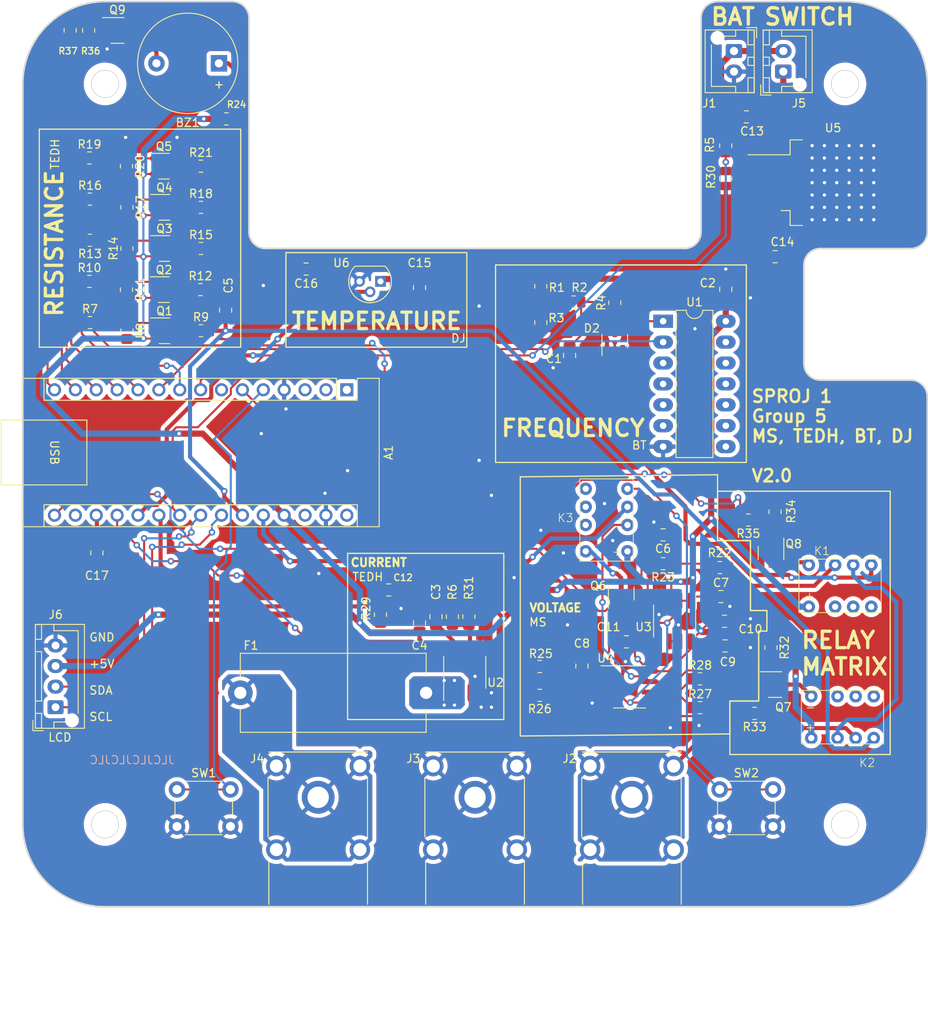
<source format=kicad_pcb>
(kicad_pcb (version 20221018) (generator pcbnew)
  (title_block (title "SPROJ1G5") (date "2023-12-02") (rev "V2.0") (company "SDU Sonderborg") (comment 1 "TH") (comment 2 "MS") (comment 3 "BT") (comment 4 "DJ"))
  (layers (0 "F.Cu" signal) (31 "B.Cu" signal) (34 "B.Paste" user) (35 "F.Paste" user) (36 "B.SilkS" user "B.Silkscreen") (37 "F.SilkS" user "F.Silkscreen") (38 "B.Mask" user) (39 "F.Mask" user) (44 "Edge.Cuts" user))
  (net 0 "")
  (net 3 "COM")
  (net 4 "PREVIOUS")
  (net 5 "NEXT")
  (net 7 "D5")
  (net 8 "Buzzer")
  (net 9 "TEMPERATURE")
  (net 10 "D8")
  (net 11 "D9")
  (net 12 "D10")
  (net 13 "D11")
  (net 14 "D12")
  (net 15 "RangeSel")
  (net 16 "+3V3")
  (net 17 "RESISTANCE")
  (net 18 "VOLTAGE")
  (net 19 "CURRENT")
  (net 20 "BATTERY VOLTAGE")
  (net 21 "SDA")
  (net 22 "SCL")
  (net 23 "+5V")
  (net 25 "Net-(U2-VIOUT)")
  (net 26 "VRf")
  (net 27 "A")
  (net 28 "Net-(Q1-G)")
  (net 29 "Net-(Q1-D)")
  (net 30 "Net-(Q2-G)")
  (net 31 "Net-(Q2-D)")
  (net 32 "Net-(Q3-G)")
  (net 33 "Net-(Q3-D)")
  (net 34 "Net-(Q4-G)")
  (net 35 "Net-(Q4-D)")
  (net 36 "Net-(Q5-G)")
  (net 37 "Net-(Q5-D)")
  (net 38 "Net-(R1-Pad2)")
  (net 39 "Net-(C1-Pad2)")
  (net 40 "+9V")
  (net 41 "Net-(U2-BW_SEL)")
  (net 42 "FREQUENCY IN")
  (net 43 "Net-(U3A-+)")
  (net 44 "HighRange")
  (net 45 "LowRange")
  (net 46 "Net-(J5-Pin_1)")
  (net 47 "Net-(D2-K)")
  (net 48 "VOLTAGE IN")
  (net 49 "Net-(U4B--)")
  (net 50 "Net-(K1--)")
  (net 54 "Net-(K1-Pad6)")
  (net 55 "Net-(K2--)")
  (net 62 "Net-(U4A--)")
  (net 63 "Net-(K3--)")
  (net 65 "Net-(U3B--)")
  (net 66 "Relay1")
  (net 67 "Relay2")
  (net 68 "Net-(Q7-G)")
  (net 69 "Net-(Q8-G)")
  (net 70 "Net-(BZ1--)")
  (net 71 "Net-(F1-Pad2)")
  (net 72 "Net-(BZ1-+)")
  (net 73 "Net-(Q9-G)")
  (net 74 "Net-(A1-AREF)")
  (footprint "Homemade_foot:HFD4" (layer "F.Cu") (at 187.7 122.96)
    (fp_text reference "K2")
    (fp_text value "HFD4/005")
  )
  (footprint "Capacitor_SMD:C_0805_2012Metric_Pad1.18x1.45mm_HandSolder" (layer "F.Cu") (at 179.5 67)
    (fp_text reference "C14")
    (fp_text value "10u")
  )
  (footprint "FCR7350R:FCR7350" (layer "F.Cu") (at 123.92 132.7)
    (fp_text reference "J4")
    (fp_text value "FCR7350R")
  )
  (footprint "Resistor_SMD:R_0805_2012Metric_Pad1.20x1.40mm_HandSolder" (layer "F.Cu") (at 170.375 118.305)
    (fp_text reference "R28")
    (fp_text value "30K")
  )
  (footprint "Resistor_SMD:R_0805_2012Metric_Pad1.20x1.40mm_HandSolder" (layer "F.Cu") (at 140.25 110.75 90)
    (fp_text reference "R6")
    (fp_text value "0R" hide)
  )
  (footprint "Resistor_SMD:R_0805_2012Metric_Pad1.20x1.40mm_HandSolder" (layer "F.Cu") (at 109.6625 61)
    (fp_text reference "R18")
    (fp_text value "100k")
  )
  (footprint "Resistor_SMD:R_0805_2012Metric_Pad1.20x1.40mm_HandSolder" (layer "F.Cu") (at 100.6625 76 -90)
    (fp_text reference "R8")
    (fp_text value "10k")
  )
  (footprint "Resistor_SMD:R_0805_2012Metric" (layer "F.Cu") (at 151 75 -90)
    (fp_text reference "R3")
    (fp_text value "15K")
  )
  (footprint "Capacitor_SMD:C_0805_2012Metric_Pad1.18x1.45mm_HandSolder" (layer "F.Cu") (at 97 103 -90)
    (fp_text reference "C17")
    (fp_text value "10u")
  )
  (footprint "Resistor_SMD:R_0805_2012Metric_Pad1.20x1.40mm_HandSolder" (layer "F.Cu") (at 96.1625 75)
    (fp_text reference "R7")
    (fp_text value "150")
  )
  (footprint "Capacitor_SMD:C_0805_2012Metric_Pad1.18x1.45mm_HandSolder" (layer "F.Cu") (at 136.25 111.5 90)
    (fp_text reference "C4")
    (fp_text value "100n" hide)
  )
  (footprint "Capacitor_SMD:C_0805_2012Metric_Pad1.18x1.45mm_HandSolder" (layer "F.Cu") (at 138.25 110.75 90)
    (fp_text reference "C3")
    (fp_text value "1n" hide)
  )
  (footprint "Resistor_SMD:R_0805_2012Metric" (layer "F.Cu") (at 112.75 50.25)
    (fp_text reference "R24")
    (fp_text value "100R" hide)
  )
  (footprint "Connector_JST:JST_XH_B2B-XH-AM_1x02_P2.50mm_Vertical" (layer "F.Cu") (at 174.5 42 -90)
    (fp_text reference "J1")
    (fp_text value "9V Battery")
  )
  (footprint "Package_TO_SOT_SMD:SOT-23-3" (layer "F.Cu") (at 179.5 119)
    (fp_text reference "Q7")
    (fp_text value "NMOS")
  )
  (footprint "Capacitor_SMD:C_0805_2012Metric_Pad1.18x1.45mm_HandSolder" (layer "F.Cu") (at 136.25 70.75 -90)
    (fp_text reference "C15")
    (fp_text value "100n" hide)
  )
  (footprint "MountingHole:MountingHole_3.2mm_M3" (layer "F.Cu") (at 98 46)
    (fp_text reference "REF**" hide)
    (fp_text value "MountingHole_3.2mm_M3")
  )
  (footprint "Package_TO_SOT_SMD:SOT-23" (layer "F.Cu") (at 105.225 76)
    (fp_text reference "Q1")
    (fp_text value "IRLML6401")
  )
  (footprint "Resistor_SMD:R_0805_2012Metric_Pad1.20x1.40mm_HandSolder" (layer "F.Cu") (at 100.6 71 -90)
    (fp_text reference "R11")
    (fp_text value "10k")
  )
  (footprint "Resistor_SMD:R_0805_2012Metric_Pad1.20x1.40mm_HandSolder" (layer "F.Cu") (at 109.6625 56)
    (fp_text reference "R21")
    (fp_text value "1M")
  )
  (footprint "Resistor_SMD:R_0805_2012Metric" (layer "F.Cu") (at 160 72.5875 90)
    (fp_text reference "R4")
    (fp_text value "15K")
  )
  (footprint "Connector_JST:JST_XH_B4B-XH-AM_1x04_P2.50mm_Vertical" (layer "F.Cu") (at 91.975 121.75 90)
    (fp_text reference "J6")
    (fp_text value "Conn_01x04_Pin")
  )
  (footprint "Resistor_SMD:R_0805_2012Metric" (layer "F.Cu") (at 173.5 57.5 -90)
    (fp_text reference "R30")
    (fp_text value "100k")
  )
  (footprint "Resistor_SMD:R_0805_2012Metric_Pad1.20x1.40mm_HandSolder" (layer "F.Cu") (at 179.5 98 -90)
    (fp_text reference "R34")
    (fp_text value "10k")
  )
  (footprint "Package_TO_SOT_SMD:TO-263-3_TabPin2" (layer "F.Cu") (at 186.15 58)
    (fp_text reference "U5")
    (fp_text value "L7805")
  )
  (footprint "Homemade_foot:HFD4" (layer "F.Cu") (at 159 99 90)
    (fp_text reference "K3")
    (fp_text value "HFD4/005")
  )
  (footprint "Package_TO_SOT_SMD:SOT-23-3" (layer "F.Cu") (at 99.5 39.5)
    (fp_text reference "Q9")
    (fp_text value "NMOS" hide)
  )
  (footprint "Resistor_SMD:R_0805_2012Metric_Pad1.20x1.40mm_HandSolder" (layer "F.Cu") (at 100.6625 61 -90)
    (fp_text reference "R17")
    (fp_text value "10k")
  )
  (footprint "MountingHole:MountingHole_3.2mm_M3" (layer "F.Cu") (at 188 46)
    (fp_text reference "REF**" hide)
    (fp_text value "MountingHole_3.2mm_M3")
  )
  (footprint "Package_TO_SOT_SMD:SOT-23" (layer "F.Cu") (at 105.225 66)
    (fp_text reference "Q3")
    (fp_text value "IRLML6401")
  )
  (footprint "Resistor_SMD:R_0805_2012Metric_Pad1.20x1.40mm_HandSolder" (layer "F.Cu") (at 109.6625 66)
    (fp_text reference "R15")
    (fp_text value "10k")
  )
  (footprint "Connector_JST:JST_XH_B2B-XH-AM_1x02_P2.50mm_Vertical" (layer "F.Cu") (at 180.5 44.5 90)
    (fp_text reference "J5")
    (fp_text value "Switch")
  )
  (footprint "Button_Switch_THT:SW_PUSH_6mm" (layer "F.Cu") (at 172.75 131.75)
    (fp_text reference "SW2")
    (fp_text value "SW_Omron_B3FS")
  )
  (footprint "Capacitor_SMD:C_0805_2012Metric_Pad1.18x1.45mm_HandSolder" (layer "F.Cu") (at 172.9125 108.305)
    (fp_text reference "C7")
    (fp_text value "10u")
  )
  (footprint "Resistor_SMD:R_0805_2012Metric_Pad1.20x1.40mm_HandSolder" (layer "F.Cu") (at 100.6 56 -90)
    (fp_text reference "R20")
    (fp_text value "10k")
  )
  (footprint "Capacitor_SMD:C_0805_2012Metric_Pad1.18x1.45mm_HandSolder" (layer "F.Cu") (at 122.4625 68.5 180)
    (fp_text reference "C16")
    (fp_text value "10n" hide)
  )
  (footprint "Resistor_SMD:R_0805_2012Metric_Pad1.20x1.40mm_HandSolder" (layer "F.Cu") (at 109.6625 76)
    (fp_text reference "R9")
    (fp_text value "100")
  )
  (footprint "Resistor_SMD:R_0805_2012Metric_Pad1.20x1.40mm_HandSolder" (layer "F.Cu") (at 142.25 110.75 -90)
    (fp_text reference "R31")
    (fp_text value "4K7" hide)
  )
  (footprint "Resistor_SMD:R_0805_2012Metric_Pad1.20x1.40mm_HandSolder" (layer "F.Cu") (at 172.78 104.78 180)
    (fp_text reference "R22")
    (fp_text value "15K")
  )
  (footprint "Resistor_SMD:R_0805_2012Metric_Pad1.20x1.40mm_HandSolder" (layer "F.Cu") (at 177 122.5 180)
    (fp_text reference "R33")
    (fp_text value "150")
  )
  (footprint "Resistor_SMD:R_0805_2012Metric_Pad1.20x1.40mm_HandSolder" (layer "F.Cu") (at 96.1 70)
    (fp_text reference "R10")
    (fp_text value "150")
  )
  (footprint "Package_TO_SOT_SMD:SOT-23-3" (layer "F.Cu") (at 160 77.25 90)
    (fp_text reference "D2")
    (fp_text value "Zener 5V")
  )
  (footprint "Capacitor_SMD:C_0805_2012Metric_Pad1.18x1.45mm_HandSolder" (layer "F.Cu") (at 132.5 107.5)
    (fp_text reference "C12")
    (fp_text value "6.8n" hide)
  )
  (footprint "Capacitor_SMD:C_0805_2012Metric_Pad1.18x1.45mm_HandSolder" (layer "F.Cu") (at 176 50 180)
    (fp_text reference "C13")
    (fp_text value "220n")
  )
  (footprint "Capacitor_SMD:C_0805_2012Metric_Pad1.18x1.45mm_HandSolder" (layer "F.Cu") (at 165.875 100.805 180)
    (fp_text reference "C6")
    (fp_text value "10u" hide)
  )
  (footprint "Fuse:Fuseholder_Cylinder-5x20mm_Stelvio-Kontek_PTF78_Horizontal_Open" (layer "F.Cu") (at 114.45 120)
    (fp_text reference "F1")
    (fp_text value "Fuse" hide)
  )
  (footprint "Resistor_SMD:R_0805_2012Metric_Pad1.20x1.40mm_HandSolder" (layer "F.Cu") (at 179 114.5 -90)
    (fp_text reference "R32")
    (fp_text value "10k")
  )
  (footprint "Resistor_SMD:R_0805_2012Metric_Pad1.20x1.40mm_HandSolder" (layer "F.Cu") (at 150.875 120.305 180)
    (fp_text reference "R26")
    (fp_text value "15K" hide)
  )
  (footprint "Package_TO_SOT_SMD:SOT-23" (layer "F.Cu") (at 105.1625 56)
    (fp_text reference "Q5")
    (fp_text value "IRLML6401")
  )
  (footprint "Resistor_SMD:R_0805_2012Metric" (layer "F.Cu") (at 155 72.5)
    (fp_text reference "R2")
    (fp_text value "50")
  )
  (footprint "Package_TO_SOT_SMD:SOT-23" (layer "F.Cu") (at 105.1625 71)
    (fp_text reference "Q2")
    (fp_text value "IRLML6401")
  )
  (footprint "Module:Arduino_Nano" (layer "F.Cu") (at 127.405 83.175 -90)
    (fp_text reference "A1")
    (fp_text value "Arduino_Nano_v3.x")
  )
  (footprint "Capacitor_SMD:C_0805_2012Metric_Pad1.18x1.45mm_HandSolder" (layer "F.Cu") (at 112.6625 73.5 90)
    (fp_text reference "C5")
    (fp_text value "100n")
  )
  (footprint "Resistor_SMD:R_0805_2012Metric_Pad1.20x1.40mm_HandSolder" (layer "F.Cu") (at 165.875 104.305 180)
    (fp_text reference "R23")
    (fp_text value "5K" hide)
  )
  (footprint "Resistor_SMD:R_0805_2012Metric_Pad1.20x1.40mm_HandSolder" (layer "F.Cu") (at 131.5 110.5 90)
    (fp_text reference "R29")
    (fp_text value "4K7" hide)
  )
  (footprint "Resistor_SMD:R_0805_2012Metric_Pad1.20x1.40mm_HandSolder" (layer "F.Cu") (at 96.1625 65 180)
    (fp_text reference "R13")
    (fp_text value "150")
  )
  (footprint "Package_TO_SOT_SMD:SOT-23-3" (layer "F.Cu") (at 160.78 107.93 90)
    (fp_text reference "Q6")
    (fp_text value "NMOS" hide)
  )
  (footprint "Resistor_SMD:R_0805_2012Metric_Pad1.20x1.40mm_HandSolder" (layer "F.Cu") (at 109.6 71)
    (fp_text reference "R12")
    (fp_text value "1k")
  )
  (footprint "Resistor_SMD:R_0805_2012Metric" (layer "F.Cu") (at 151 70.5875 -90)
    (fp_text reference "R1")
    (fp_text value "15K")
  )
  (footprint "Resistor_SMD:R_0805_2012Metric_Pad1.20x1.40mm_HandSolder" (layer "F.Cu") (at 176.25 99 180)
    (fp_text reference "R35")
    (fp_text value "150")
  )
  (footprint "Package_SO:SOIC-8_3.9x4.9mm_P1.27mm" (layer "F.Cu") (at 141.75 117.5 90)
    (fp_text reference "U2")
    (fp_text value "ACS723xLCTR-05AB" hide)
  )
  (footprint "Button_Switch_THT:SW_PUSH_6mm" (layer "F.Cu") (at 106.75 131.75)
    (fp_text reference "SW1")
    (fp_text value "SW_Omron_B3FS")
  )
  (footprint "Capacitor_SMD:C_0805_2012Metric_Pad1.18x1.45mm_HandSolder" (layer "F.Cu") (at 154.5 79 90)
    (fp_text reference "C1")
    (fp_text value "100n")
  )
  (footprint "Package_DIP:DIP-14_W7.62mm_LongPads" (layer "F.Cu") (at 165.88 74.84)
    (fp_text reference "U1")
    (fp_text value "7414")
  )
  (footprint "Package_TO_SOT_SMD:SOT-23-3" (layer "F.Cu") (at 179 103 -90)
    (fp_text reference "Q8")
    (fp_text value "NMOS")
  )
  (footprint "Capacitor_SMD:C_0805_2012Metric_Pad1.18x1.45mm_HandSolder" (layer "F.Cu") (at 161.4125 113.805 180)
    (fp_text reference "C11")
    (fp_text value "10uF" hide)
  )
  (footprint "Homemade_foot:HFD4" (layer "F.Cu") (at 187.4 107)
    (fp_text reference "K1")
    (fp_text value "HFD4/005")
  )
  (footprint "Resistor_SMD:R_0805_2012Metric_Pad1.20x1.40mm_HandSolder" (layer "F.Cu") (at 96.1625 60)
    (fp_text reference "R16")
    (fp_text value "150")
  )
  (footprint "Resistor_SMD:R_0805_2012Metric_Pad1.20x1.40mm_HandSolder" (layer "F.Cu") (at 150.875 116.805)
    (fp_text reference "R25")
    (fp_text value "5K" hide)
  )
  (footprint "MountingHole:MountingHole_3.2mm_M3" (layer "F.Cu") (at 188 136)
    (fp_text reference "REF**" hide)
    (fp_text value "MountingHole_3.2mm_M3")
  )
  (footprint "Capacitor_SMD:C_0805_2012Metric_Pad1.18x1.45mm_HandSolder" (layer "F.Cu") (at 173.5 70.9625 90)
    (fp_text reference "C2")
    (fp_text value "330n")
  )
  (footprint "Package_SO:SOIC-8_3.9x4.9mm_P1.27mm" (layer "F.Cu") (at 167.28 111.28 -90)
    (fp_text reference "U3")
    (fp_text value "LMV358" hide)
  )
  (footprint "Buzzer_Beeper:Buzzer_12x9.5RM7.6" (layer "F.Cu") (at 111.85 43.5 180)
    (fp_text reference "BZ1")
    (fp_text value "Buzzer" hide)
  )
  (footprint "Resistor_SMD:R_0805_2012Metric_Pad1.20x1.40mm_HandSolder" (layer "F.Cu") (at 93.75 39.5 90)
    (fp_text reference "R37")
    (fp_text value "150" hide)
  )
  (footprint "Resistor_SMD:R_0805_2012Metric" (layer "F.Cu") (at 173.5 53.5 -90)
    (fp_text reference "R5")
    (fp_text value "100k")
  )
  (footprint "Capacitor_SMD:C_0805_2012Metric_Pad1.18x1.45mm_HandSolder" (layer "F.Cu") (at 173.3375 111.305)
    (fp_text reference "C10")
    (fp_text value "10uF")
  )
  (footprint "Resistor_SMD:R_0805_2012Metric_Pad1.20x1.40mm_HandSolder" (layer "F.Cu") (at 96 39.5 -90)
    (fp_text reference "R36")
    (fp_text value "10k" hide)
  )
  (footprint "Package_SO:SOIC-8_3.9x4.9mm_P1.27mm" (layer "F.Cu") (at 161.78 119.28)
    (fp_text reference "U4")
    (fp_text value "LMV358")
  )
  (footprint "Package_TO_SOT_THT:TO-92" (layer "F.Cu") (at 131.5 70 180)
    (fp_text reference "U6")
    (fp_text value "LM35-DZ" hide)
  )
  (footprint "Resistor_SMD:R_0805_2012Metric_Pad1.20x1.40mm_HandSolder" (layer "F.Cu") (at 100.6625 66 90)
    (fp_text reference "R14")
    (fp_text value "10k")
  )
  (footprint "Capacitor_SMD:C_0805_2012Metric_Pad1.18x1.45mm_HandSolder" (layer "F.Cu") (at 156 116.75 90)
    (fp_text reference "C8")
    (fp_text value "10u" hide)
  )
  (footprint "Resistor_SMD:R_0805_2012Metric_Pad1.20x1.40mm_HandSolder" (layer "F.Cu") (at 170.375 121.805)
    (fp_text reference "R27")
    (fp_text value "10K")
  )
  (footprint "Capacitor_SMD:C_0805_2012Metric_Pad1.18x1.45mm_HandSolder" (layer "F.Cu") (at 173.4125 114.305)
    (fp_text reference "C9")
    (fp_text value "10u")
  )
  (footprint "FCR7350R:FCR7350" (layer "F.Cu") (at 143 132.7)
    (fp_text reference "J3")
    (fp_text value "FCR7350R")
  )
  (footprint "FCR7350R:FCR7350" (layer "F.Cu") (at 162.08 132.7)
    (fp_text reference "J2")
    (fp_text value "FCR7350R")
  )
  (footprint "Package_TO_SOT_SMD:SOT-23" (layer "F.Cu") (at 105.225 61)
    (fp_text reference "Q4")
    (fp_text value "IRLML6401")
  )
  (footprint "MountingHole:MountingHole_3.2mm_M3" (layer "F.Cu") (at 98 136)
    (fp_text reference "REF**" hide)
    (fp_text value "MountingHole_3.2mm_M3")
  )
  (footprint "Resistor_SMD:R_0805_2012Metric_Pad1.20x1.40mm_HandSolder" (layer "F.Cu") (at 96.1 55)
    (fp_text reference "R19")
    (fp_text value "150")
  )
  (gr_poly (pts (xy 148.5 93.75) (xy 148.5 125.25) (xy 174 125) (xy 174 121) (xy 177.5 121) (xy 177.5 112.5) (xy 178.5 112.5) (xy 178.5 110) (xy 176.5 110) (xy 176.5 101.5) (xy 172.5 101.5) (xy 172.5 93.5)) (stroke (width 0.15)) (fill none) (layer "F.SilkS"))
  (gr_rect (start 145.5 68) (end 176 92) (stroke (width 0.15)) (fill none) (layer "F.SilkS"))
  (gr_rect (start 127.5 103.05) (end 146.5 123.25) (stroke (width 0.15)) (fill none) (layer "F.SilkS"))
  (gr_poly (pts (xy 174 127.5) (xy 193.5 127.5) (xy 193.5 95.5) (xy 172.5 95.5) (xy 172.5 101.5) (xy 176.5 101.5) (xy 176.5 110) (xy 178.5 110) (xy 178.5 112.5) (xy 177.5 112.5) (xy 177.5 121) (xy 174 121)) (stroke (width 0.15)) (fill none) (layer "F.SilkS"))
  (gr_rect (start 120 66.5) (end 142 78) (stroke (width 0.15)) (fill none) (layer "F.SilkS"))
  (gr_rect (start 90 51.5) (end 114.5 78) (stroke (width 0.15)) (fill none) (layer "F.SilkS"))
  (gr_arc (start 185 82) (mid 183.585786 81.414214) (end 183 80) (stroke (width 0.2)) (layer "Edge.Cuts"))
  (gr_arc (start 113.5 36) (mid 114.914214 36.585786) (end 115.5 38) (stroke (width 0.2)) (layer "Edge.Cuts"))
  (gr_line (start 168.5 66) (end 117.5 66) (stroke (width 0.2)) (layer "Edge.Cuts"))
  (gr_arc (start 196 82) (mid 197.414214 82.585786) (end 198 84) (stroke (width 0.2)) (layer "Edge.Cuts"))
  (gr_arc (start 98 146) (mid 90.928932 143.071068) (end 88 136) (stroke (width 0.2)) (layer "Edge.Cuts"))
  (gr_line (start 98 146) (end 188 146) (stroke (width 0.2)) (layer "Edge.Cuts"))
  (gr_circle (center 188 46) (end 189.6 46) (stroke (width 0.2)) (fill none) (layer "Edge.Cuts"))
  (gr_circle (center 98 46) (end 99.6 46) (stroke (width 0.2)) (fill none) (layer "Edge.Cuts"))
  (gr_line (start 196 66) (end 185 66) (stroke (width 0.2)) (layer "Edge.Cuts"))
  (gr_arc (start 183 68) (mid 183.585786 66.585786) (end 185 66) (stroke (width 0.2)) (layer "Edge.Cuts"))
  (gr_line (start 115.5 64) (end 115.5 38) (stroke (width 0.2)) (layer "Edge.Cuts"))
  (gr_line (start 170.5 38) (end 170.5 64) (stroke (width 0.2)) (layer "Edge.Cuts"))
  (gr_line (start 183 68) (end 183 80) (stroke (width 0.2)) (layer "Edge.Cuts"))
  (gr_line (start 198 84) (end 198 136) (stroke (width 0.2)) (layer "Edge.Cuts"))
  (gr_line (start 172.5 36) (end 188 36) (stroke (width 0.2)) (layer "Edge.Cuts"))
  (gr_arc (start 88 46) (mid 90.928932 38.928932) (end 98 36) (stroke (width 0.2)) (layer "Edge.Cuts"))
  (gr_arc (start 188 36) (mid 195.071068 38.928932) (end 198 46) (stroke (width 0.2)) (layer "Edge.Cuts"))
  (gr_line (start 113.5 36) (end 98 36) (stroke (width 0.2)) (layer "Edge.Cuts"))
  (gr_arc (start 117.5 66) (mid 116.085786 65.414214) (end 115.5 64) (stroke (width 0.2)) (layer "Edge.Cuts"))
  (gr_line (start 198 64) (end 198 46) (stroke (width 0.2)) (layer "Edge.Cuts"))
  (gr_arc (start 170.5 38) (mid 171.085786 36.585786) (end 172.5 36) (stroke (width 0.2)) (layer "Edge.Cuts"))
  (gr_arc (start 170.5 64) (mid 169.914214 65.414214) (end 168.5 66) (stroke (width 0.2)) (layer "Edge.Cuts"))
  (gr_arc (start 198 64) (mid 197.414214 65.414214) (end 196 66) (stroke (width 0.2)) (layer "Edge.Cuts"))
  (gr_circle (center 98 136) (end 99.6 136) (stroke (width 0.2)) (fill none) (layer "Edge.Cuts"))
  (gr_line (start 185 82) (end 196 82) (stroke (width 0.2)) (layer "Edge.Cuts"))
  (gr_arc (start 198 136) (mid 195.071068 143.071068) (end 188 146) (stroke (width 0.2)) (layer "Edge.Cuts"))
  (gr_line (start 88 46) (end 88 136) (stroke (width 0.2)) (layer "Edge.Cuts"))
  (gr_circle (center 188 136) (end 189.6 136) (stroke (width 0.2)) (fill none) (layer "Edge.Cuts"))
  (gr_text "JLCJLCJLCJLC" (at 106.5 128.75) (layer "B.SilkS") (effects (font (size 1 1) (thickness 0.125)) (justify left bottom mirror)))
  (gr_text "TEMPERATURE\n" (at 120.5 76) (layer "F.SilkS") (effects (font (size 2 2) (thickness 0.4) bold) (justify left bottom)))
  (gr_text "BAT" (at 171.5 39) (layer "F.SilkS") (effects (font (size 2 2) (thickness 0.4) bold) (justify left bottom)))
  (gr_text "BT" (at 162 90.5) (layer "F.SilkS") (effects (font (size 1 1)) (justify left bottom)))
  (gr_text "CURRENT" (at 127.75 104.75) (layer "F.SilkS") (effects (font (size 1 1) (thickness 0.25) bold) (justify left bottom)))
  (gr_text "SPROJ 1\nGroup 5\nMS, TEDH, BT, DJ\n\nV2.0" (at 176.5 94.5) (layer "F.SilkS") (effects (font (size 1.5 1.5) (thickness 0.3) bold) (justify left bottom)))
  (gr_text "TEDH" (at 92.5 56.5 90) (layer "F.SilkS") (effects (font (size 1 1)) (justify left bottom)))
  (gr_text "VOLTAGE" (at 149.5 110.25) (layer "F.SilkS") (effects (font (size 1 1) (thickness 0.25) bold) (justify left bottom)))
  (gr_text "LCD" (at 91 126) (layer "F.SilkS") (effects (font (size 1 1)) (justify left bottom)))
  (gr_text "SWITCH" (at 178 39) (layer "F.SilkS") (effects (font (size 2 2) (thickness 0.4) bold) (justify left bottom)))
  (gr_text "MS" (at 149.5 112) (layer "F.SilkS") (effects (font (size 1 1)) (justify left bottom)))
  (gr_text "TEDH" (at 128 106.5) (layer "F.SilkS") (effects (font (size 1 1)) (justify left bottom)))
  (gr_text "RELAY\nMATRIX" (at 182.5 118) (layer "F.SilkS") (effects (font (size 2 2) (thickness 0.4) bold) (justify left bottom)))
  (gr_text "GND\n\n+5V\n\nSDA\n\nSCL" (at 96 123.5) (layer "F.SilkS") (effects (font (size 1 1)) (justify left bottom)))
  (gr_text "FREQUENCY\n" (at 146 89) (layer "F.SilkS") (effects (font (size 2 2) (thickness 0.4) bold) (justify left bottom)))
  (gr_text "DJ" (at 140 77.5) (layer "F.SilkS") (effects (font (size 1 1)) (justify left bottom)))
  (gr_text "RESISTANCE" (at 93 74.5 90) (layer "F.SilkS") (effects (font (size 2 2) (thickness 0.4) bold) (justify left bottom)))
  (segment (start 159.24 121.25) (end 159.305 121.185) (width 0.25) (layer "F.Cu") (net 3))
  (segment (start 173.5 58.4125) (end 178.0875 58.4125) (width 0.25) (layer "F.Cu") (net 3))
  (segment (start 178.0875 58.4125) (end 178.5 58) (width 0.25) (layer "F.Cu") (net 3))
  (via (at 117.25 70.5) (size 0.8) (drill 0.4) (layers "F.Cu" "B.Cu") (net 3))
  (via (at 191.5 53.5) (size 0.8) (drill 0.4) (layers "F.Cu" "B.Cu") (net 3))
  (via (at 184 53.5) (size 0.8) (drill 0.4) (layers "F.Cu" "B.Cu") (net 3))
  (via (at 185.5 58) (size 0.8) (drill 0.4) (layers "F.Cu" "B.Cu") (net 3))
  (via (at 190 58) (size 0.8) (drill 0.4) (layers "F.Cu" "B.Cu") (net 3))
  (via (at 191.5 55) (size 0.8) (drill 0.4) (layers "F.Cu" "B.Cu") (net 3))
  (via (at 157.25 121.25) (size 0.8) (drill 0.4) (layers "F.Cu" "B.Cu") (net 3))
  (via (at 164.75 99.25) (size 0.8) (drill 0.4) (layers "F.Cu" "B.Cu") (net 3))
  (via (at 143.5 73) (size 0.8) (drill 0.4) (layers "F.Cu" "B.Cu") (net 3))
  (via (at 187 62.5) (size 0.8) (drill 0.4) (layers "F.Cu" "B.Cu") (net 3))
  (via (at 187 59.5) (size 0.8) (drill 0.4) (layers "F.Cu" "B.Cu") (net 3))
  (via (at 190 53.5) (size 0.8) (drill 0.4) (layers "F.Cu" "B.Cu") (net 3))
  (via (at 167.75 111.75) (size 0.8) (drill 0.4) (layers "F.Cu" "B.Cu") (net 3))
  (via (at 143 118) (size 0.8) (drill 0.4) (layers "F.Cu" "B.Cu") (net 3))
  (via (at 191.5 56.5) (size 0.8) (drill 0.4) (layers "F.Cu" "B.Cu") (net 3))
  (via (at 184 61) (size 0.8) (drill 0.4) (layers "F.Cu" "B.Cu") (net 3))
  (via (at 190 62.5) (size 0.8) (drill 0.4) (layers "F.Cu" "B.Cu") (net 3))
  (via (at 185.5 56.5) (size 0.8) (drill 0.4) (layers "F.Cu" "B.Cu") (net 3))
  (via (at 153.75 103) (size 0.8) (drill 0.4) (layers "F.Cu" "B.Cu") (net 3))
  (via (at 191.5 59.5) (size 0.8) (drill 0.4) (layers "F.Cu" "B.Cu") (net 3))
  (via (at 106.75 52.5) (size 0.8) (drill 0.4) (layers "F.Cu" "B.Cu") (net 3))
  (via (at 188.5 59.5) (size 0.8) (drill 0.4) (layers "F.Cu" "B.Cu") (net 3))
  (via (at 165.372656 110.485124) (size 0.8) (drill 0.4) (layers "F.Cu" "B.Cu") (net 3))
  (via (at 187 61) (size 0.8) (drill 0.4) (layers "F.Cu" "B.Cu") (net 3))
  (via (at 170.245028 123.97238) (size 0.8) (drill 0.4) (layers "F.Cu" "B.Cu") (net 3))
  (via (at 190 55) (size 0.8) (drill 0.4) (layers "F.Cu" "B.Cu") (net 3))
  (via (at 188.5 62.5) (size 0.8) (drill 0.4) (layers "F.Cu" "B.Cu") (net 3))
  (via (at 187 53.5) (size 0.8) (drill 0.4) (layers "F.Cu" "B.Cu") (net 3))
  (via (at 176.5 72) (size 0.8) (drill 0.4) (layers "F.Cu" "B.Cu") (net 3))
  (via (at 120 85.5) (size 0.8) (drill 0.4) (layers "F.Cu" "B.Cu") (net 3))
  (via (at 124.75 95.75) (size 0.8) (drill 0.4) (layers "F.Cu" "B.Cu") (net 3))
  (via (at 145 120) (size 0.8) (drill 0.4) (layers "F.Cu" "B.Cu") (net 3))
  (via (at 147.75 106) (size 0.8) (drill 0.4) (layers "F.Cu" "B.Cu") (net 3))
  (via (at 185.5 55) (size 0.8) (drill 0.4) (layers "F.Cu" "B.Cu") (net 3))
  (via (at 184 62.5) (size 0.8) (drill 0.4) (layers "F.Cu" "B.Cu") (net 3))
  (via (at 184 55) (size 0.8) (drill 0.4) (layers "F.Cu" "B.Cu") (net 3))
  (via (at 190 59.5) (size 0.8) (drill 0.4) (layers "F.Cu" "B.Cu") (net 3))
  (via (at 184 56.5) (size 0.8) (drill 0.4) (layers "F.Cu" "B.Cu") (net 3))
  (via (at 184 59.5) (size 0.8) (drill 0.4) (layers "F.Cu" "B.Cu") (net 3))
  (via (at 187 55) (size 0.8) (drill 0.4) (layers "F.Cu" "B.Cu") (net 3))
  (via (at 174 109.5) (size 0.8) (drill 0.4) (layers "F.Cu" "B.Cu") (net 3))
  (via (at 145 96) (size 0.8) (drill 0.4) (layers "F.Cu" "B.Cu") (net 3))
  (via (at 190 56.5) (size 0.8) (drill 0.4) (layers "F.Cu" "B.Cu") (net 3))
  (via (at 185.5 59.5) (size 0.8) (drill 0.4) (layers "F.Cu" "B.Cu") (net 3))
  (via (at 184 58) (size 0.8) (drill 0.4) (layers "F.Cu" "B.Cu") (net 3))
  (via (at 100.5 52.5) (size 0.8) (drill 0.4) (layers "F.Cu" "B.Cu") (net 3))
  (via (at 127.5 93) (size 0.8) (drill 0.4) (layers "F.Cu" "B.Cu") (net 3))
  (via (at 185.5 61) (size 0.8) (drill 0.4) (layers "F.Cu" "B.Cu") (net 3))
  (via (at 98.25 41.75) (size 0.8) (drill 0.4) (layers "F.Cu" "B.Cu") (net 3))
  (via (at 117 88.5) (size 0.8) (drill 0.4) (layers "F.Cu" "B.Cu") (net 3))
  (via (at 161.298008 116.201992) (size 0.8) (drill 0.4) (layers "F.Cu" "B.Cu") (net 3))
  (via (at 151 100.25) (size 0.8) (drill 0.4) (layers "F.Cu" "B.Cu") (net 3))
  (via (at 124 105.5) (size 0.8) (drill 0.4) (layers "F.Cu" "B.Cu") (net 3))
  (via (at 185.5 53.5) (size 0.8) (drill 0.4) (layers "F.Cu" "B.Cu") (net 3))
  (via (at 188.5 61) (size 0.8) (drill 0.4) (layers "F.Cu" "B.Cu") (net 3))
  (via (at 188.5 53.5) (size 0.8) (drill 0.4) (layers "F.Cu" "B.Cu") (net 3))
  (via (at 176.5 114.5) (size 0.8) (drill 0.4) (layers "F.Cu" "B.Cu") (net 3))
  (via (at 152.5 80.5) (size 0.8) (drill 0.4) (layers "F.Cu" "B.Cu") (net 3))
  (via (at 143.5 91.75) (size 0.8) (drill 0.4) (layers "F.Cu" "B.Cu") (net 3))
  (via (at 191.5 62.5) (size 0.8) (drill 0.4) (layers "F.Cu" "B.Cu") (net 3))
  (via (at 187 58) (size 0.8) (drill 0.4) (layers "F.Cu" "B.Cu") (net 3))
  (via (at 134 109.75) (size 0.8) (drill 0.4) (layers "F.Cu" "B.Cu") (net 3))
  (via (at 188.5 56.5) (size 0.8) (drill 0.4) (layers "F.Cu" "B.Cu") (net 3))
  (via (at 173.5 68.5) (size 0.8) (drill 0.4) (layers "F.Cu" "B.Cu") (net 3))
  (via (at 188.5 55) (size 0.8) (drill 0.4) (layers "F.Cu" "B.Cu") (net 3))
  (via (at 190 61) (size 0.8) (drill 0.4) (layers "F.Cu" "B.Cu") (net 3))
  (via (at 169.75 75.75) (size 0.8) (drill 0.4) (layers "F.Cu" "B.Cu") (net 3))
  (via (at 145 121.75) (size 0.8) (drill 0.4) (layers "F.Cu" "B.Cu") (net 3))
  (via (at 191.5 61) (size 0.8) (drill 0.4) (layers "F.Cu" "B.Cu") (net 3))
  (via (at 166.75 124.25) (size 0.8) (drill 0.4) (layers "F.Cu" "B.Cu") (net 3))
  (via (at 187 56.5) (size 0.8) (drill 0.4) (layers "F.Cu" "B.Cu") (net 3))
  (via (at 159.75 101.5) (size 0.8) (drill 0.4) (layers "F.Cu" "B.Cu") (net 3))
  (via (at 143.75 121.75) (size 0.8) (drill 0.4) (layers "F.Cu" "B.Cu") (net 3))
  (via (at 188.5 58) (size 0.8) (drill 0.4) (layers "F.Cu" "B.Cu") (net 3))
  (via (at 191.5 58) (size 0.8) (drill 0.4) (layers "F.Cu" "B.Cu") (net 3))
  (via (at 158.75 97) (size 0.8) (drill 0.4) (layers "F.Cu" "B.Cu") (net 3))
  (via (at 154.25 111.75) (size 0.8) (drill 0.4) (layers "F.Cu" "B.Cu") (net 3))
  (via (at 176.5 111) (size 0.8) (drill 0.4) (layers "F.Cu" "B.Cu") (net 3))
  (via (at 185.5 62.5) (size 0.8) (drill 0.4) (layers "F.Cu" "B.Cu") (net 3))
  (segment (start 106.75 131.75) (end 113.25 131.75) (width 0.25) (layer "F.Cu") (net 4))
  (segment (start 112.75 102.775305) (end 112.75 104) (width 0.25) (layer "B.Cu") (net 4))
  (segment (start 111.25 89.17) (end 113.29 91.21) (width 0.25) (layer "B.Cu") (net 4))
  (segment (start 113.29 102.235305) (end 112.75 102.775305) (width 0.25) (layer "B.Cu") (net 4))
  (segment (start 111.25 129.75) (end 113.25 131.75) (width 0.25) (layer "B.Cu") (net 4))
  (segment (start 112.75 104) (end 111.25 105.5) (width 0.25) (layer "B.Cu") (net 4))
  (segment (start 117.245 83.175) (end 111.25 89.17) (width 0.25) (layer "B.Cu") (net 4))
  (segment (start 111.25 105.5) (end 111.25 129.75) (width 0.25) (layer "B.Cu") (net 4))
  (segment (start 113.29 91.21) (end 113.29 102.235305) (width 0.25) (layer "B.Cu") (net 4))
  (segment (start 113.25 131.75) (end 113.58 131.42) (width 0.25) (layer "B.Cu") (net 4))
  (segment (start 163.113 94.113) (end 167.5 98.5) (width 0.25) (layer "F.Cu") (net 5))
  (segment (start 172.75 131.75) (end 179.25 131.75) (width 0.25) (layer "F.Cu") (net 5))
  (segment (start 156.009749 94.113) (end 163.113 94.113) (width 0.25) (layer "F.Cu") (net 5))
  (segment (start 131.36 97.29) (end 128.82 97.29) (width 0.25) (layer "F.Cu") (net 5))
  (segment (start 128.82 97.29) (end 114.705 83.175) (width 0.25) (layer "F.Cu") (net 5))
  (segment (start 132.57 98.5) (end 151.622749 98.5) (width 0.25) (layer "F.Cu") (net 5))
  (segment (start 151.622749 98.5) (end 156.009749 94.113) (width 0.25) (layer "F.Cu") (net 5))
  (segment (start 132.57 98.5) (end 131.36 97.29) (width 0.25) (layer "F.Cu") (net 5))
  (via (at 167.5 98.5) (size 0.8) (drill 0.4) (layers "F.Cu" "B.Cu") (net 5))
  (segment (start 168.775 99.775) (end 167.5 98.5) (width 0.25) (layer "B.Cu") (net 5))
  (segment (start 168.775 127.775) (end 168.775 99.775) (width 0.25) (layer "B.Cu") (net 5))
  (segment (start 172.75 131.75) (end 168.775 127.775) (width 0.25) (layer "B.Cu") (net 5))
  (segment (start 109.625 82.04363) (end 113.44363 78.225) (width 0.25) (layer "F.Cu") (net 7))
  (segment (start 113.44363 78.225) (end 151.225 78.225) (width 0.25) (layer "F.Cu") (net 7))
  (segment (start 109.625 83.175) (end 109.625 82.04363) (width 0.25) (layer "F.Cu") (net 7))
  (segment (start 151.225 78.225) (end 151.548008 78.548008) (width 0.25) (layer "F.Cu") (net 7))
  (via (at 151.548008 78.548008) (size 0.8) (drill 0.4) (layers "F.Cu" "B.Cu") (net 7))
  (segment (start 165.775 77.275) (end 152.821016 77.275) (width 0.25) (layer "B.Cu") (net 7))
  (segment (start 165.88 77.38) (end 165.775 77.275) (width 0.25) (layer "B.Cu") (net 7))
  (segment (start 152.821016 77.275) (end 151.548008 78.548008) (width 0.25) (layer "B.Cu") (net 7))
  (segment (start 93.75 49.6) (end 96.175 52.025) (width 0.25) (layer "F.Cu") (net 8))
  (segment (start 93.75 40.5) (end 93.75 49.6) (width 0.25) (layer "F.Cu") (net 8))
  (segment (start 96.175 75.625673) (end 100.799327 80.25) (width 0.25) (layer "F.Cu") (net 8))
  (segment (start 100.799327 80.25) (end 105.5 80.25) (width 0.25) (layer "F.Cu") (net 8))
  (segment (start 96.175 52.025) (end 96.175 75.625673) (width 0.25) (layer "F.Cu") (net 8))
  (via (at 105.5 80.25) (size 0.8) (drill 0.4) (layers "F.Cu" "B.Cu") (net 8))
  (segment (start 106.25 80.25) (end 105.5 80.25) (width 0.25) (layer "B.Cu") (net 8))
  (segment (start 107.085 83.175) (end 107.085 81.085) (width 0.25) (layer "B.Cu") (net 8))
  (segment (start 107.085 81.085) (end 106.25 80.25) (width 0.25) (layer "B.Cu") (net 8))
  (segment (start 105.5 88) (end 109.075 84.425) (width 0.5) (layer "F.Cu") (net 9))
  (segment (start 123.5 68.5) (end 125 68.5) (width 0.5) (layer "F.Cu") (net 9))
  (segment (start 119 77) (end 123.5 72.5) (width 0.5) (layer "F.Cu") (net 9))
  (segment (start 110.915 84.085) (end 110.915 82.657233) (width 0.5) (layer "F.Cu") (net 9))
  (segment (start 110.575 84.425) (end 110.915 84.085) (width 0.5) (layer "F.Cu") (net 9))
  (segment (start 104.335 97.165) (end 105.5 96) (width 0.5) (layer "F.Cu") (net 9))
  (segment (start 127.77 71.27) (end 130.23 71.27) (width 0.5) (layer "F.Cu") (net 9))
  (segment (start 114.572233 79) (end 116 79) (width 0.5) (layer "F.Cu") (net 9))
  (segment (start 102.005 98.415) (end 103.255 97.165) (width 0.5) (layer "F.Cu") (net 9))
  (segment (start 123.5 72.5) (end 123.5 68.5) (width 0.5) (layer "F.Cu") (net 9))
  (segment (start 109.075 84.425) (end 110.575 84.425) (width 0.5) (layer "F.Cu") (net 9))
  (segment (start 103.255 97.165) (end 104.335 97.165) (width 0.5) (layer "F.Cu") (net 9))
  (segment (start 105.5 96) (end 105.5 88) (width 0.5) (layer "F.Cu") (net 9))
  (segment (start 125 68.5) (end 127.77 71.27) (width 0.5) (layer "F.Cu") (net 9))
  (segment (start 110.915 82.657233) (end 114.572233 79) (width 0.5) (layer "F.Cu") (net 9))
  (via (at 116 79) (size 0.8) (drill 0.4) (layers "F.Cu" "B.Cu") (net 9))
  (via (at 119 77) (size 0.8) (drill 0.4) (layers "F.Cu" "B.Cu") (net 9))
  (segment (start 117 79) (end 119 77) (width 0.5) (layer "B.Cu") (net 9))
  (segment (start 116 79) (end 117 79) (width 0.5) (layer "B.Cu") (net 9))
  (segment (start 95.1625 76.3325) (end 96 77.17) (width 0.25) (layer "F.Cu") (net 10))
  (segment (start 95.1625 75) (end 95.1625 76.3325) (width 0.25) (layer "F.Cu") (net 10))
  (segment (start 96 77.17) (end 102.005 83.175) (width 0.25) (layer "F.Cu") (net 10))
  (segment (start 94.732446 78.442446) (end 93.894946 77.604946) (width 0.25) (layer "F.Cu") (net 11))
  (segment (start 93.894946 77.604946) (end 93.894946 71.205054) (width 0.25) (layer "F.Cu") (net 11))
  (segment (start 99.465 83.175) (end 94.732446 78.442446) (width 0.25) (layer "F.Cu") (net 11))
  (segment (start 93.894946 71.205054) (end 95.1 70) (width 0.25) (layer "F.Cu") (net 11))
  (segment (start 93.324167 66.838333) (end 93.324167 79.574167) (width 0.25) (layer "F.Cu") (net 12))
  (segment (start 94.161667 80.411667) (end 96.925 83.175) (width 0.25) (layer "F.Cu") (net 12))
  (segment (start 93.324167 79.574167) (end 94.161667 80.411667) (width 0.25) (layer "F.Cu") (net 12))
  (segment (start 95.1625 65) (end 93.324167 66.838333) (width 0.25) (layer "F.Cu") (net 12))
  (segment (start 92.747501 81.537501) (end 93.585001 82.375001) (width 0.25) (layer "F.Cu") (net 13))
  (segment (start 93.585001 82.375001) (end 94.385 83.175) (width 0.25) (layer "F.Cu") (net 13))
  (segment (start 95.1625 60) (end 92.747501 62.414999) (width 0.25) (layer "F.Cu") (net 13))
  (segment (start 92.747501 62.414999) (end 92.747501 81.537501) (width 0.25) (layer "F.Cu") (net 13))
  (segment (start 91.845 83.175) (end 91.0075 82.3375) (width 0.25) (layer "F.Cu") (net 14))
  (segment (start 91.0075 59.0925) (end 95.1 55) (width 0.25) (layer "F.Cu") (net 14))
  (segment (start 91.0075 82.3375) (end 91.0075 59.0925) (width 0.25) (layer "F.Cu") (net 14))
  (segment (start 159.305 110.945) (end 159.83 110.42) (width 0.25) (layer "F.Cu") (net 15))
  (segment (start 94.396397 95.863603) (end 104.363603 95.863603) (width 0.25) (layer "F.Cu") (net 15))
  (segment (start 112 102.5) (end 150.5 102.5) (width 0.25) (layer "F.Cu") (net 15))
  (segment (start 159.83 110.42) (end 159.83 109.0675) (width 0.25) (layer "F.Cu") (net 15))
  (segment (start 158.055 110.055) (end 158.8425 110.055) (width 0.25) (layer "F.Cu") (net 15))
  (segment (start 150.5 102.5) (end 158.055 110.055) (width 0.25) (layer "F.Cu") (net 15))
  (segment (start 159.305 117.375) (end 159.305 110.945) (width 0.25) (layer "F.Cu") (net 15))
  (segment (start 158.8425 110.055) (end 159.83 109.0675) (width 0.25) (layer "F.Cu") (net 15))
  (segment (start 91.845 98.415) (end 94.396397 95.863603) (width 0.25) (layer "F.Cu") (net 15))
  (via (at 112 102.5) (size 0.8) (drill 0.4) (layers "F.Cu" "B.Cu") (net 15))
  (via (at 104.363603 95.863603) (size 0.8) (drill 0.4) (layers "F.Cu" "B.Cu") (net 15))
  (segment (start 107.725 100.821016) (end 107.725 100.628984) (width 0.25) (layer "B.Cu") (net 15))
  (segment (start 105.96 98.96) (end 105.96 97.46) (width 0.25) (layer "B.Cu") (net 15))
  (segment (start 107.725 100.628984) (end 107.321016 100.225) (width 0.25) (layer "B.Cu") (net 15))
  (segment (start 105.96 97.46) (end 104.363603 95.863603) (width 0.25) (layer "B.Cu") (net 15))
  (segment (start 112 102.5) (end 109.403984 102.5) (width 0.25) (layer "B.Cu") (net 15))
  (segment (start 109.403984 102.5) (end 107.725 100.821016) (width 0.25) (layer "B.Cu") (net 15))
  (segment (start 107.321016 100.225) (end 107.225 100.225) (width 0.25) (layer "B.Cu") (net 15))
  (segment (start 107.225 100.225) (end 105.96 98.96) (width 0.25) (layer "B.Cu") (net 15))
  (segment (start 112.5 96.21) (end 114.705 98.415) (width 0.5) (layer "F.Cu") (net 17))
  (segment (start 112.5 95.5) (end 112.5 96.21) (width 0.5) (layer "F.Cu") (net 17))
  (segment (start 110.6625 76) (end 112.6625 76) (width 0.5) (layer "F.Cu") (net 17))
  (segment (start 112.6625 76) (end 112.6625 74.5375) (width 0.5) (layer "F.Cu") (net 17))
  (segment (start 110.6625 76) (end 110.6625 56) (width 0.5) (layer "F.Cu") (net 17))
  (via (at 112.5 95.5) (size 0.8) (drill 0.4) (layers "F.Cu" "B.Cu") (net 17))
  (via (at 112.6625 76) (size 0.8) (drill 0.4) (layers "F.Cu" "B.Cu") (net 17))
  (segment (start 108.335 80.3275) (end 112.6625 76) (width 0.5) (layer "B.Cu") (net 17))
  (segment (start 164.9 95.9) (end 145 76) (width 0.5) (layer "B.Cu") (net 17))
  (segment (start 185.888 114.808) (end 185.888 126.002027) (width 0.5) (layer "B.Cu") (net 17))
  (segment (start 145 76) (end 112.6625 76) (width 0.5) (layer "B.Cu") (net 17))
  (segment (start 166.98 95.9) (end 164.9 95.9) (width 0.5) (layer "B.Cu") (net 17))
  (segment (start 108.335 89.545) (end 108.335 81.165) (width 0.5) (layer "B.Cu") (net 17))
  (segment (start 185.888 126.002027) (end 186.635973 126.75) (width 0.5) (layer "B.Cu") (net 17))
  (segment (start 186.635973 126.75) (end 190.25 126.75) (width 0.5) (layer "B.Cu") (net 17))
  (segment (start 166.98 95.9) (end 185.888 114.808) (width 0.5) (layer "B.Cu") (net 17))
  (segment (start 190.25 126.75) (end 191.5 125.5) (width 0.5) (layer "B.Cu") (net 17))
  (segment (start 108.335 89.545) (end 108.335 91.335) (width 0.5) (layer "B.Cu") (net 17))
  (segment (start 108.335 91.335) (end 112.5 95.5) (width 0.5) (layer "B.Cu") (net 17))
  (segment (start 108.335 81.165) (end 108.335 80.3275) (width 0.5) (layer "B.Cu") (net 17))
  (segment (start 150 103.5) (end 149.5 104) (width 0.5) (layer "F.Cu") (net 18))
  (segment (start 149.5 104) (end 120.5 104) (width 0.5) (layer "F.Cu") (net 18))
  (via (at 120.5 104) (size 0.8) (drill 0.4) (layers "F.Cu" "B.Cu") (net 18))
  (via (at 150 103.5) (size 0.8) (drill 0.4) (layers "F.Cu" "B.Cu") (net 18))
  (segment (start 117.245 98.415) (end 117.245 100.745) (width 0.5) (layer "B.Cu") (net 18))
  (segment (start 152.25 101.25) (end 157.69 101.25) (width 0.5) (layer "B.Cu") (net 18))
  (segment (start 150 103.5) (end 152.25 101.25) (width 0.5) (layer "B.Cu") (net 18))
  (segment (start 157.69 101.25) (end 161.54 97.4) (width 0.5) (layer "B.Cu") (net 18))
  (segment (start 117.245 100.745) (end 120.5 104) (width 0.5) (layer "B.Cu") (net 18))
  (segment (start 109.797918 109.5) (end 104.75 104.452082) (width 0.5) (layer "F.Cu") (net 19))
  (segment (start 104.75 98.62) (end 104.545 98.415) (width 0.5) (layer "F.Cu") (net 19))
  (segment (start 131.5 109.5) (end 131.5 107.5375) (width 0.5) (layer "F.Cu") (net 19))
  (segment (start 131.5 107.5375) (end 131.4625 107.5) (width 0.5) (layer "F.Cu") (net 19))
  (segment (start 104.75 104.452082) (end 104.75 98.62) (width 0.5) (layer "F.Cu") (net 19))
  (segment (start 109.797918 109.5) (end 131.5 109.5) (width 0.5) (layer "F.Cu") (net 19))
  (segment (start 106.678984 87.725) (end 109.28505 87.725) (width 0.25) (layer "F.Cu") (net 20))
  (segment (start 106.225 88.178984) (end 106.678984 87.725) (width 0.25) (layer "F.Cu") (net 20))
  (segment (start 117.289009 79) (end 150 79) (width 0.25) (layer "F.Cu") (net 20))
  (segment (start 113.3 82.989009) (end 117.289009 79) (width 0.25) (layer "F.Cu") (net 20))
  (segment (start 109.28505 87.725) (end 113.3 83.71005) (width 0.25) (layer "F.Cu") (net 20))
  (segment (start 173.5 54.4125) (end 173.5 56.5875) (width 0.25) (layer "F.Cu") (net 20))
  (segment (start 106.225 97.555) (end 106.225 88.178984) (width 0.25) (layer "F.Cu") (net 20))
  (segment (start 113.3 83.71005) (end 113.3 82.989009) (width 0.25) (layer "F.Cu") (net 20))
  (segment (start 107.085 98.415) (end 106.225 97.555) (width 0.25) (layer "F.Cu") (net 20))
  (via (at 150 79) (size 0.8) (drill 0.4) (layers "F.Cu" "B.Cu") (net 20))
  (via (at 173.5 55.5) (size 0.8) (drill 0.4) (layers "F.Cu" "B.Cu") (net 20))
  (segment (start 170 68) (end 173.5 64.5) (width 0.25) (layer "B.Cu") (net 20))
  (segment (start 150 79) (end 161 68) (width 0.25) (layer "B.Cu") (net 20))
  (segment (start 161 68) (end 170 68) (width 0.25) (layer "B.Cu") (net 20))
  (segment (start 173.5 64.5) (end 173.5 55.5) (width 0.25) (layer "B.Cu") (net 20))
  (segment (start 102.75 114.75) (end 98.25 119.25) (width 0.25) (layer "F.Cu") (net 21))
  (segment (start 98.25 119.25) (end 91.975 119.25) (width 0.25) (layer "F.Cu") (net 21))
  (segment (start 108 101) (end 108.5 100.5) (width 0.25) (layer "F.Cu") (net 21))
  (segment (start 107 101) (end 108 101) (width 0.25) (layer "F.Cu") (net 21))
  (segment (start 102.75 101.225) (end 102.75 114.75) (width 0.25) (layer "F.Cu") (net 21))
  (via (at 108.5 100.5) (size 0.8) (drill 0.4) (layers "F.Cu" "B.Cu") (net 21))
  (via (at 102.75 101.225) (size 0.8) (drill 0.4) (layers "F.Cu" "B.Cu") (net 21))
  (via (at 107 101) (size 0.8) (drill 0.4) (layers "F.Cu" "B.Cu") (net 21))
  (segment (start 102.75 101.225) (end 106.775 101.225) (width 0.25) (layer "B.Cu") (net 21))
  (segment (start 108.5 99.54) (end 109.625 98.415) (width 0.25) (layer "B.Cu") (net 21))
  (segment (start 106.775 101.225) (end 107 101) (width 0.25) (layer "B.Cu") (net 21))
  (segment (start 108.5 100.5) (end 108.5 99.54) (width 0.25) (layer "B.Cu") (net 21))
  (segment (start 103.7255 102.275) (end 103.7255 115.0245) (width 0.25) (layer "F.Cu") (net 22))
  (segment (start 103.7255 115.0245) (end 97 121.75) (width 0.25) (layer "F.Cu") (net 22))
  (segment (start 109.500594 101.999406) (end 107.322013 101.999406) (width 0.25) (layer "F.Cu") (net 22))
  (segment (start 111 100.5) (end 109.500594 101.999406) (width 0.25) (layer "F.Cu") (net 22))
  (segment (start 97 121.75) (end 91.975 121.75) (width 0.25) (layer "F.Cu") (net 22))
  (via (at 107.322013 101.999406) (size 0.8) (drill 0.4) (layers "F.Cu" "B.Cu") (net 22))
  (via (at 103.7255 102.275) (size 0.8) (drill 0.4) (layers "F.Cu" "B.Cu") (net 22))
  (via (at 111 100.5) (size 0.8) (drill 0.4) (layers "F.Cu" "B.Cu") (net 22))
  (segment (start 111 99.58) (end 112.165 98.415) (width 0.25) (layer "B.Cu") (net 22))
  (segment (start 111 100.5) (end 111 99.58) (width 0.25) (layer "B.Cu") (net 22))
  (segment (start 107.046419 102.275) (end 107.322013 101.999406) (width 0.25) (layer "B.Cu") (net 22))
  (segment (start 103.7255 102.275) (end 107.046419 102.275) (width 0.25) (layer "B.Cu") (net 22))
  (segment (start 137.775 115.025) (end 136.25 113.5) (width 0.5) (layer "F.Cu") (net 23))
  (segment (start 149.97 107.5) (end 146.5 110.97) (width 0.75) (layer "F.Cu") (net 23))
  (segment (start 171.635 111.305) (end 170.47 112.47) (width 0.25) (layer "F.Cu") (net 23))
  (segment (start 178 112) (end 177.395 112.605) (width 0.75) (layer "F.Cu") (net 23))
  (segment (start 151 69.675) (end 136.2875 69.675) (width 0.75) (layer "F.Cu") (net 23))
  (segment (start 173.5 74.84) (end 171.725 76.615) (width 0.75) (layer "F.Cu") (net 23))
  (segment (start 128 110.5) (end 104.5 110.5) (width 0.75) (layer "F.Cu") (net 23))
  (segment (start 169.185 114.729999) (end 166.539999 117.375) (width 0.25) (layer "F.Cu") (net 23))
  (segment (start 104.225 56.95) (end 100.65 56.95) (width 0.25) (layer "F.Cu") (net 23))
  (segment (start 171.725 98.775) (end 169.5 101) (width 0.75) (layer "F.Cu") (net 23))
  (segment (start 165.5 72) (end 163.175 69.675) (width 0.75) (layer "F.Cu") (net 23))
  (segment (start 102.6625 72) (end 104.175 72) (width 0.25) (layer "F.Cu") (net 23))
  (segment (start 162.45 115.57) (end 162.45 113.805) (width 0.25) (layer "F.Cu") (net 23))
  (segment (start 136.25 69.7125) (end 131.7875 69.7125) (width 0.75) (layer "F.Cu") (net 23))
  (segment (start 100.6 72) (end 102.6625 72) (width 0.25) (layer "F.Cu") (net 23))
  (segment (start 100.7125 76.95) (end 100.6625 77) (width 0.25) (layer "F.Cu") (net 23))
  (segment (start 182 113) (end 182 118) (width 0.75) (layer "F.Cu") (net 23))
  (segment (start 136.25 113.5) (end 136.25 112.5375) (width 0.5) (layer "F.Cu") (net 23))
  (segment (start 181 112) (end 182 113) (width 0.75) (layer "F.Cu") (net 23))
  (segment (start 119.785 98.415) (end 109.87 88.5) (width 0.75) (layer "F.Cu") (net 23))
  (segment (start 145.28 109.75) (end 146.5 110.97) (width 0.5) (layer "F.Cu") (net 23))
  (segment (start 136.1125 112.675) (end 136.25 112.5375) (width 0.75) (layer "F.Cu") (net 23))
  (segment (start 104.2875 61.95) (end 100.7125 61.95) (width 0.25) (layer "F.Cu") (net 23))
  (segment (start 171.725 76.615) (end 171.725 98.775) (width 0.75) (layer "F.Cu") (net 23))
  (segment (start 149.68 117) (end 149.875 116.805) (width 0.25) (layer "F.Cu") (net 23))
  (segment (start 178.5 60.54) (end 178.5 67) (width 0.75) (layer "F.Cu") (net 23))
  (segment (start 168 106.5) (end 169 106.5) (width 0.75) (layer "F.Cu") (net 23))
  (segment (start 100.7125 66.95) (end 100.6625 67) (width 0.25) (layer "F.Cu") (net 23))
  (segment (start 142.25 109.75) (end 145.28 109.75) (width 0.5) (layer "F.Cu") (net 23))
  (segment (start 146 115.75) (end 146 111.47) (width 0.75) (layer "F.Cu") (net 23))
  (segment (start 109.87 88.5) (end 107 88.5) (width 0.75) (layer "F.Cu") (net 23))
  (segment (start 178.5 67) (end 173.5 72) (width 0.75) (layer "F.Cu") (net 23))
  (segment (start 136.2875 69.675) (end 136.25 69.7125) (width 0.75) (layer "F.Cu") (net 23))
  (segment (start 153 107.5) (end 149.97 107.5) (width 0.75) (layer "F.Cu") (net 23))
  (segment (start 177.395 112.605) (end 170.605 112.605) (width 0.75) (layer "F.Cu") (net 23))
  (segment (start 100.65 56.95) (end 100.6 57) (width 0.25) (layer "F.Cu") (net 23))
  (segment (start 139.845 115.025) (end 137.775 115.025) (width 0.5) (layer "F.Cu") (net 23))
  (segment (start 104.2875 76.95) (end 100.7125 76.95) (width 0.25) (layer "F.Cu") (net 23))
  (segment (start 166.539999 117.375) (end 164.255 117.375) (width 0.25) (layer "F.Cu") (net 23))
  (segment (start 169 106.5) (end 169.5 106) (width 0.75) (layer "F.Cu") (net 23))
  (segment (start 172.3 111.305) (end 171.635 111.305) (width 0.25) (layer "F.Cu") (net 23))
  (segment (start 181 112) (end 178 112) (width 0.75) (layer "F.Cu") (net 23))
  (segment (start 110 50.25) (end 111.8375 50.25) (width 0.75) (layer "F.Cu") (net 23))
  (segment (start 104.2875 66.95) (end 100.7125 66.95) (width 0.25) (layer "F.Cu") (net 23))
  (segment (start 104.175 72) (end 104.225 71.95) (width 0.25) (layer "F.Cu") (net 23))
  (segment (start 173.5 72) (end 173.5 74.84) (width 0.75) (layer "F.Cu") (net 23))
  (segment (start 163.175 69.675) (end 151 69.675) (width 0.75) (layer "F.Cu") (net 23))
  (segment (start 100.7125 61.95) (end 100.6625 62) (width 0.25) (layer "F.Cu") (net 23))
  (segment (start 169.185 113.755) (end 169.185 114.729999) (width 0.25) (layer "F.Cu") (net 23))
  (segment (start 129 111.5) (end 130.175 112.675) (width 0.75) (layer "F.Cu") (net 23))
  (segment (start 162.78 115.9) (end 162.45 115.57) (width 0.25) (layer "F.Cu") (net 23))
  (segment (start 164.255 117.375) (end 162.78 115.9) (width 0.25) (layer "F.Cu") (net 23))
  (segment (start 147.055 116.805) (end 146 115.75) (width 0.75) (layer "F.Cu") (net 23))
  (segment (start 170.605 112.605) (end 170.47 112.47) (width 0.75) (layer "F.Cu") (net 23))
  (segment (start 170.47 112.47) (end 169.185 113.755) (width 0.25) (layer "F.Cu") (net 23))
  (segment (start 149.875 116.805) (end 147.055 116.805) (width 0.75) (layer "F.Cu") (net 23))
  (segment (start 130.175 112.675) (end 136.1125 112.675) (width 0.75) (layer "F.Cu") (net 23))
  (segment (start 146 111.47) (end 146.5 110.97) (width 0.75) (layer "F.Cu") (net 23))
  (segment (start 173.5 72) (end 165.5 72) (width 0.75) (layer "F.Cu") (net 23))
  (segment (start 131.7875 69.7125) (end 131.5 70) (width 0.75) (layer "F.Cu") (net 23))
  (segment (start 129 111.5) (end 128 110.5) (width 0.75) (layer "F.Cu") (net 23))
  (via (at 153 107.5) (size 0.8) (drill 0.4) (layers "F.Cu" "B.Cu") (net 23))
  (via (at 104.5 110.5) (size 0.8) (drill 0.4) (layers "F.Cu" "B.Cu") (net 23))
  (via (at 102.6625 57) (size 0.8) (drill 0.4) (layers "F.Cu" "B.Cu") (net 23))
  (via (at 102.6625 62) (size 0.8) (drill 0.4) (layers "F.Cu" "B.Cu") (net 23))
  (via (at 168 106.5) (size 0.8) (drill 0.4) (layers "F.Cu" "B.Cu") (net 23))
  (via (at 182 118) (size 0.8) (drill 0.4) (layers "F.Cu" "B.Cu") (net 23))
  (via (at 170.47 112.47) (size 0.8) (drill 0.4) (layers "F.Cu" "B.Cu") (net 23))
  (via (at 162.78 115.9) (size 0.8) (drill 0.4) (layers "F.Cu" "B.Cu") (net 23))
  (via (at 129 111.5) (size 0.8) (drill 0.4) (layers "F.Cu" "B.Cu") (net 23))
  (via (at 169.5 106) (size 0.8) (drill 0.4) (layers "F.Cu" "B.Cu") (net 23))
  (via (at 102.6625 76.95) (size 0.8) (drill 0.4) (layers "F.Cu" "B.Cu") (net 23))
  (via (at 146.5 110.97) (size 0.8) (drill 0.4) (layers "F.Cu" "B.Cu") (net 23))
  (via (at 102.6625 67) (size 0.8) (drill 0.4) (layers "F.Cu" "B.Cu") (net 23))
  (via (at 169.5 101) (size 0.8) (drill 0.4) (layers "F.Cu" "B.Cu") (net 23))
  (via (at 102.6625 72) (size 0.8) (drill 0.4) (layers "F.Cu" "B.Cu") (net 23))
  (via (at 171.725 98.775) (size 0.8) (drill 0.4) (layers "F.Cu" "B.Cu") (net 23))
  (via (at 107 88.5) (size 0.8) (drill 0.4) (layers "F.Cu" "B.Cu") (net 23))
  (via (at 110 50.25) (size 0.8) (drill 0.4) (layers "F.Cu" "B.Cu") (net 23))
  (segment (start 102.75 54) (end 106.5 50.25) (width 0.75) (layer "B.Cu") (net 23))
  (segment (start 104.5 110.5) (end 104 110.5) (width 0.75) (layer "B.Cu") (net 23))
  (segment (start 129 111.5) (end 129 107.63) (width 0.75) (layer "B.Cu") (net 23))
  (segment (start 95.287956 76.95) (end 102.6625 76.95) (width 0.75) (layer "B.Cu") (net 23))
  (segment (start 102.6625 76.95) (end 102.6625 67) (width 0.25) (layer "B.Cu") (net 23))
  (segment (start 182 118) (end 182 121.75) (width 0.75) (layer "B.Cu") (net 23))
  (segment (start 182 121.75) (end 183.9 123.65) (width 0.75) (layer "B.Cu") (net 23))
  (segment (start 102.6625 67) (end 102.6625 62) (width 0.25) (layer "B.Cu") (net 23))
  (segment (start 102.75 54) (end 102.75 56.9125) (width 0.75) (layer "B.Cu") (net 23))
  (segment (start 154 106.5) (end 163.5 106.5) (width 0.75) (layer "B.Cu") (net 23))
  (segment (start 97.75 116.75) (end 91.975 116.75) (width 0.75) (layer "B.Cu") (net 23))
  (segment (start 90.47 83.744544) (end 90.47 81.767956) (width 0.75) (layer "B.Cu") (net 23))
  (segment (start 169.5 111.5) (end 170.47 112.47) (width 0.75) (layer "B.Cu") (net 23))
  (segment (start 153 107.5) (end 154 106.5) (width 0.75) (layer "B.Cu") (net 23))
  (segment (start 163.5 106.5) (end 168 106.5) (width 0.75) (layer "B.Cu") (net 23))
  (segment (start 129 107.63) (end 119.785 98.415) (width 0.75) (layer "B.Cu") (net 23))
  (segment (start 106.5 50.25) (end 110 50.25) (width 0.75) (layer "B.Cu") (net 23))
  (segment (start 183.9 123.65) (end 183.9 125.5) (width 0.75) (layer "B.Cu") (net 23))
  (segment (start 163.5 106.5) (end 161.54 104.54) (width 0.75) (layer "B.Cu") (net 23))
  (segment (start 107 88.5) (end 95.225456 88.5) (width 0.75) (layer "B.Cu") (net 23))
  (segment (start 161.54 104.54) (end 161.54 102.8) (width 0.75) (layer "B.Cu") (net 23))
  (segment (start 102.75 56.9125) (end 102.6625 57) (width 0.75) (layer "B.Cu") (net 23))
  (segment (start 182.49 109.54) (end 183.6 109.54) (width 0.75) (layer "B.Cu") (net 23))
  (segment (start 130.25 112.75) (end 144.72 112.75) (width 0.75) (layer "B.Cu") (net 23))
  (segment (start 144.72 112.75) (end 146.5 110.97) (width 0.75) (layer "B.Cu") (net 23))
  (segment (start 90.47 81.767956) (end 95.287956 76.95) (width 0.75) (layer "B.Cu") (net 23))
  (segment (start 102.6625 62) (end 102.6625 57) (width 0.25) (layer "B.Cu") (net 23))
  (segment (start 171.725 98.775) (end 182.49 109.54) (width 0.75) (layer "B.Cu") (net 23))
  (segment (start 169.5 101) (end 169.5 106) (width 0.75) (layer "B.Cu") (net 23))
  (segment (start 169.5 106) (end 169.5 111.5) (width 0.75) (layer "B.Cu") (net 23))
  (segment (start 95.225456 88.5) (end 90.47 83.744544) (width 0.75) (layer "B.Cu") (net 23))
  (segment (start 129 111.5) (end 130.25 112.75) (width 0.75) (layer "B.Cu") (net 23))
  (segment (start 104 110.5) (end 97.75 116.75) (width 0.75) (layer "B.Cu") (net 23))
  (segment (start 138.25 111.7875) (end 137.9625 111.5) (width 0.5) (layer "F.Cu") (net 25))
  (segment (start 141.115 115.025) (end 141.115 114.471472) (width 0.5) (layer "F.Cu") (net 25))
  (segment (start 141.115 114.471472) (end 138.431028 111.7875) (width 0.5) (layer "F.Cu") (net 25))
  (segment (start 138.431028 111.7875) (end 138.25 111.7875) (width 0.5) (layer "F.Cu") (net 25))
  (segment (start 137.9625 111.5) (end 131.5 111.5) (width 0.5) (layer "F.Cu") (net 25))
  (segment (start 171.772 124.288) (end 188.088 124.288) (width 0.5) (layer "F.Cu") (net 26))
  (segment (start 167.16 128.9) (end 171.772 124.288) (width 0.5) (layer "F.Cu") (net 26))
  (segment (start 188.088 124.288) (end 189.3 125.5) (width 0.5) (layer "F.Cu") (net 26))
  (segment (start 104.2875 75.05) (end 97.2125 75.05) (width 0.25) (layer "F.Cu") (net 28))
  (segment (start 97.2125 75.05) (end 97.1625 75) (width 0.25) (layer "F.Cu") (net 28))
  (segment (start 108.6625 76) (end 106.1625 76) (width 0.25) (layer "F.Cu") (net 29))
  (segment (start 97.15 70.05) (end 97.1 70) (width 0.25) (layer "F.Cu") (net 30))
  (segment (start 104.225 70.05) (end 97.15 70.05) (width 0.25) (layer "F.Cu") (net 30))
  (segment (start 108.6 71) (end 106.1 71) (width 0.25) (layer "F.Cu") (net 31))
  (segment (start 104.2875 65.05) (end 97.2125 65.05) (width 0.25) (layer "F.Cu") (net 32))
  (segment (start 97.2125 65.05) (end 97.1625 65) (width 0.25) (layer "F.Cu") (net 32))
  (segment (start 106.1625 66) (end 108.6625 66) (width 0.25) (layer "F.Cu") (net 33))
  (segment (start 104.2875 60.05) (end 97.2125 60.05) (width 0.25) (layer "F.Cu") (net 34))
  (segment (start 97.2125 60.05) (end 97.1625 60) (width 0.25) (layer "F.Cu") (net 34))
  (segment (start 108.6625 61) (end 106.1625 61) (width 0.25) (layer "F.Cu") (net 35))
  (segment (start 104.225 55.05) (end 97.15 55.05) (width 0.25) (layer "F.Cu") (net 36))
  (segment (start 97.15 55.05) (end 97.1 55) (width 0.25) (layer "F.Cu") (net 36))
  (segment (start 108.6625 56) (end 106.1 56) (width 0.25) (layer "F.Cu") (net 37))
  (segment (start 151 72.5) (end 154.0875 72.5) (width 0.25) (layer "F.Cu") (net 38))
  (segment (start 151 71.5) (end 151 72.5) (width 0.25) (layer "F.Cu") (net 38))
  (segment (start 151 72.5) (end 151 74.0875) (width 0.25) (layer "F.Cu") (net 38))
  (segment (start 155.9125 72.5) (end 159.175 72.5) (width 0.25) (layer "F.Cu") (net 39))
  (segment (start 155.9125 76.55) (end 154.5 77.9625) (width 0.25) (layer "F.Cu") (net 39))
  (segment (start 159.175 72.5) (end 160 71.675) (width 0.25) (layer "F.Cu") (net 39))
  (segment (start 155.9125 72.5) (end 155.9125 76.55) (width 0.25) (layer "F.Cu") (net 39))
  (segment (start 173.5 52.5875) (end 172.925 52.0125) (width 0.75) (layer "F.Cu") (net 40))
  (segment (start 172.925 52.0125) (end 172.925 43.575) (width 0.75) (layer "F.Cu") (net 40))
  (segment (start 174.5 42) (end 180.5 42) (width 0.75) (layer "F.Cu") (net 40))
  (segment (start 172.925 43.575) (end 174.5 42) (width 0.75) (layer "F.Cu") (net 40))
  (segment (start 142.25 111.75) (end 140.25 111.75) (width 0.5) (layer "F.Cu") (net 41))
  (segment (start 142.385 111.885) (end 142.25 111.75) (width 0.5) (layer "F.Cu") (net 41))
  (segment (start 142.385 115.025) (end 142.385 111.885) (width 0.5) (layer "F.Cu") (net 41))
  (segment (start 168.6 97.372793) (end 165.1 93.872793) (width 0.5) (layer "F.Cu") (net 42))
  (segment (start 169.127207 101.9) (end 168.6 101.372793) (width 0.5) (layer "F.Cu") (net 42))
  (segment (start 165.1 93.731191) (end 164.536397 93.167588) (width 0.5) (layer "F.Cu") (net 42))
  (segment (start 168.6 101.372793) (end 168.6 97.372793) (width 0.5) (layer "F.Cu") (net 42))
  (segment (start 164.536397 93.167588) (end 164.536397 92.99081) (width 0.5) (layer "F.Cu") (net 42))
  (segment (start 172.733274 101.9) (end 169.127207 101.9) (width 0.5) (layer "F.Cu") (net 42))
  (segment (start 181.5 106) (end 181.172 105.672) (width 0.5) (layer "F.Cu") (net 42))
  (segment (start 154.5 82.954413) (end 154.5 80.0375) (width 0.5) (layer "F.Cu") (net 42))
  (segment (start 176.505274 105.672) (end 172.733274 101.9) (width 0.5) (layer "F.Cu") (net 42))
  (segment (start 181.172 105.672) (end 176.505274 105.672) (width 0.5) (layer "F.Cu") (net 42))
  (segment (start 164.536397 92.99081) (end 154.5 82.954413) (width 0.5) (layer "F.Cu") (net 42))
  (segment (start 165.1 93.872793) (end 165.1 93.731191) (width 0.5) (layer "F.Cu") (net 42))
  (segment (start 191.2 105.55) (end 191.2 104.46) (width 0.5) (layer "F.Cu") (net 42))
  (segment (start 190.75 106) (end 191.2 105.55) (width 0.5) (layer "F.Cu") (net 42))
  (segment (start 186.75 106) (end 190.75 106) (width 0.5) (layer "F.Cu") (net 42))
  (via (at 181.5 106) (size 0.8) (drill 0.4) (layers "F.Cu" "B.Cu") (net 42))
  (via (at 186.75 106) (size 0.8) (drill 0.4) (layers "F.Cu" "B.Cu") (net 42))
  (segment (start 181.5 106) (end 186.75 106) (width 0.5) (layer "B.Cu") (net 42))
  (segment (start 171.305 104.305) (end 171.78 104.78) (width 0.25) (layer "F.Cu") (net 43))
  (segment (start 166.9125 104.2675) (end 166.875 104.305) (width 0.25) (layer "F.Cu") (net 43))
  (segment (start 166.875 108.575) (end 166.645 108.805) (width 0.25) (layer "F.Cu") (net 43))
  (segment (start 166.9125 100.805) (end 166.9125 104.2675) (width 0.25) (layer "F.Cu") (net 43))
  (segment (start 166.875 104.305) (end 171.305 104.305) (width 0.25) (layer "F.Cu") (net 43))
  (segment (start 166.875 104.305) (end 166.875 108.575) (width 0.25) (layer "F.Cu") (net 43))
  (segment (start 167.915 109.963603) (end 166.375 111.503603) (width 0.25) (layer "F.Cu") (net 44))
  (segment (start 169.185 108.805) (end 167.915 108.805) (width 0.25) (layer "F.Cu") (net 44))
  (segment (start 171.875 108.305) (end 169.685 108.305) (width 0.25) (layer "F.Cu") (net 44))
  (segment (start 164 106.903984) (end 163.25 106.153984) (width 0.25) (layer "F.Cu") (net 44))
  (segment (start 167.915 108.805) (end 167.915 109.963603) (width 0.25) (layer "F.Cu") (net 44))
  (segment (start 163.25 95.5) (end 162.95 95.2) (width 0.25) (layer "F.Cu") (net 44))
  (segment (start 161.549999 121.185) (end 164.255 121.185) (width 0.25) (layer "F.Cu") (net 44))
  (segment (start 164 110.75) (end 164 106.903984) (width 0.25) (layer "F.Cu") (net 44))
  (segment (start 169.685 108.305) (end 169.185 108.805) (width 0.25) (layer "F.Cu") (net 44))
  (segment (start 160.279999 119.915) (end 161.549999 121.185) (width 0.25) (layer "F.Cu") (net 44))
  (segment (start 163.25 106.153984) (end 163.25 95.5) (width 0.25) (layer "F.Cu") (net 44))
  (segment (start 159.305 119.915) (end 160.279999 119.915) (width 0.25) (layer "F.Cu") (net 44))
  (segment (start 164.753603 111.503603) (end 164 110.75) (width 0.25) (layer "F.Cu") (net 44))
  (segment (start 162.95 95.2) (end 161.54 95.2) (width 0.25) (layer "F.Cu") (net 44))
  (segment (start 166.375 111.503603) (end 164.753603 111.503603) (width 0.25) (layer "F.Cu") (net 44))
  (via (at 161.875 121.185) (size 0.8) (drill 0.4) (layers "F.Cu" "B.Cu") (net 44))
  (via (at 166.375 111.503603) (size 0.8) (drill 0.4) (layers "F.Cu" "B.Cu") (net 44))
  (segment (start 161.875 121.185) (end 166.375 116.685) (width 0.25) (layer "B.Cu") (net 44))
  (segment (start 166.375 116.685) (end 166.375 111.503603) (width 0.25) (layer "B.Cu") (net 44))
  (segment (start 163.61 118) (end 162 118) (width 0.25) (layer "F.Cu") (net 45))
  (segment (start 170.35 117.28) (end 171.375 118.305) (width 0.25) (layer "F.Cu") (net 45))
  (segment (start 168.7799 117.28) (end 170.35 117.28) (width 0.25) (layer "F.Cu") (net 45))
  (segment (start 164.255 118.645) (end 163.61 118) (width 0.25) (layer "F.Cu") (net 45))
  (segment (start 171.375 118.305) (end 171.375 115.305) (width 0.25) (layer "F.Cu") (net 45))
  (segment (start 171.375 115.305) (end 172.375 114.305) (width 0.25) (layer "F.Cu") (net 45))
  (segment (start 158.5 101) (end 159.9 99.6) (width 0.25) (layer "F.Cu") (net 45))
  (segment (start 159.9 99.6) (end 161.54 99.6) (width 0.25) (layer "F.Cu") (net 45))
  (segment (start 164.255 118.645) (end 167.4149 118.645) (width 0.25) (layer "F.Cu") (net 45))
  (segment (start 167.4149 118.645) (end 168.7799 117.28) (width 0.25) (layer "F.Cu") (net 45))
  (segment (start 158.5 109) (end 158.5 101) (width 0.25) (layer "F.Cu") (net 45))
  (via (at 158.5 109) (size 0.8) (drill 0.4) (layers "F.Cu" "B.Cu") (net 45))
  (via (at 162 118) (size 0.8) (drill 0.4) (layers "F.Cu" "B.Cu") (net 45))
  (segment (start 158.5 114.5) (end 162 118) (width 0.25) (layer "B.Cu") (net 45))
  (segment (start 158.5 109) (end 158.5 114.5) (width 0.25) (layer "B.Cu") (net 45))
  (segment (start 181.184912 52.5) (end 181.184912 52.775088) (width 0.75) (layer "F.Cu") (net 46))
  (segment (start 180.5 44.5) (end 180.5 48.184912) (width 0.75) (layer "F.Cu") (net 46))
  (segment (start 177.0375 50) (end 178.684912 50) (width 0.75) (layer "F.Cu") (net 46))
  (segment (start 180.5 48.184912) (end 178.684912 50) (width 0.75) (layer "F.Cu") (net 46))
  (segment (start 181.184912 52.775088) (end 178.5 55.46) (width 0.75) (layer "F.Cu") (net 46))
  (segment (start 178.684912 50) (end 181.184912 52.5) (width 0.75) (layer "F.Cu") (net 46))
  (segment (start 162.25 73.5) (end 163.59 74.84) (width 0.25) (layer "F.Cu") (net 47))
  (segment (start 163.59 74.84) (end 165.88 74.84) (width 0.25) (layer "F.Cu") (net 47))
  (segment (start 160 76.1125) (end 160 73.5) (width 0.5) (layer "F.Cu") (net 47))
  (segment (start 160 73.5) (end 162.25 73.5) (width 0.25) (layer "F.Cu") (net 47))
  (segment (start 173.78 104.78) (end 176 107) (width 0.5) (layer "F.Cu") (net 48))
  (segment (start 184.26 107) (end 186.8 104.46) (width 0.5) (layer "F.Cu") (net 48))
  (segment (start 176 107) (end 184.26 107) (width 0.5) (layer "F.Cu") (net 48))
  (segment (start 169.375 121.805) (end 167.485 119.915) (width 0.25) (layer "F.Cu") (net 49))
  (segment (start 167.375 119.915) (end 167.765 119.915) (width 0.25) (layer "F.Cu") (net 49))
  (segment (start 167.485 119.915) (end 167.375 119.915) (width 0.25) (layer "F.Cu") (net 49))
  (segment (start 167.765 119.915) (end 169.375 118.305) (width 0.25) (layer "F.Cu") (net 49))
  (segment (start 164.255 119.915) (end 167.375 119.915) (width 0.25) (layer "F.Cu") (net 49))
  (segment (start 183.2775 104.1375) (end 183.6 104.46) (width 0.5) (layer "F.Cu") (net 50))
  (segment (start 179 104.1375) (end 183.2775 104.1375) (width 0.5) (layer "F.Cu") (net 50))
  (segment (start 194.25 120.75) (end 194.25 109) (width 0.5) (layer "B.Cu") (net 54))
  (segment (start 191.75 123.25) (end 194.25 120.75) (width 0.5) (layer "B.Cu") (net 54))
  (segment (start 192.5 107.25) (end 190.5 107.25) (width 0.5) (layer "B.Cu") (net 54))
  (segment (start 190.5 107.25) (end 189 105.75) (width 0.5) (layer "B.Cu") (net 54))
  (segment (start 187.1 124.4) (end 188.25 123.25) (width 0.5) (layer "B.Cu") (net 54))
  (segment (start 188.25 123.25) (end 191.75 123.25) (width 0.5) (layer "B.Cu") (net 54))
  (segment (start 187.1 125.5) (end 187.1 124.4) (width 0.5) (layer "B.Cu") (net 54))
  (segment (start 194.25 109) (end 192.5 107.25) (width 0.5) (layer "B.Cu") (net 54))
  (segment (start 189 105.75) (end 189 104.46) (width 0.5) (layer "B.Cu") (net 54))
  (segment (start 182.48 119) (end 183.9 120.42) (width 0.5) (layer "F.Cu") (net 55))
  (segment (start 180.6375 119) (end 182.48 119) (width 0.5) (layer "F.Cu") (net 55))
  (segment (start 157.645 118.645) (end 156.7875 117.7875) (width 0.25) (layer "F.Cu") (net 62))
  (segment (start 151.875 116.805) (end 151.875 120.305) (width 0.25) (layer "F.Cu") (net 62))
  (segment (start 157.96 118.645) (end 159.305 118.645) (width 0.25) (layer "F.Cu") (net 62))
  (segment (start 156.7875 117.7875) (end 154.9625 117.7875) (width 0.25) (layer "F.Cu") (net 62))
  (segment (start 154.9625 117.7875) (end 152.445 120.305) (width 0.25) (layer "F.Cu") (net 62))
  (segment (start 159.305 118.645) (end 157.645 118.645) (width 0.25) (layer "F.Cu") (net 62))
  (segment (start 152.445 120.305) (end 151.875 120.305) (width 0.25) (layer "F.Cu") (net 62))
  (segment (start 160.78 106.03) (end 160.78 106.7925) (width 0.5) (layer "F.Cu") (net 63))
  (segment (start 159.76014 105.475) (end 160.225 105.475) (width 0.5) (layer "F.Cu") (net 63))
  (segment (start 160.225 105.475) (end 160.78 106.03) (width 0.5) (layer "F.Cu") (net 63))
  (via (at 159.76014 105.475) (size 0.8) (drill 0.4) (layers "F.Cu" "B.Cu") (net 63))
  (segment (start 157.08514 102.8) (end 159.76014 105.475) (width 0.5) (layer "B.Cu") (net 63))
  (segment (start 156.46 102.8) (end 157.08514 102.8) (width 0.5) (layer "B.Cu") (net 63))
  (segment (start 166.645 113.755) (end 167.915 113.755) (width 0.25) (layer "F.Cu") (net 65))
  (segment (start 121.125 112.125) (end 131.83 122.83) (width 0.25) (layer "F.Cu") (net 66))
  (segment (start 111.75 105.75) (end 110 104) (width 0.25) (layer "F.Cu") (net 66))
  (segment (start 99.465 98.415) (end 99.465 99.669412) (width 0.25) (layer "F.Cu") (net 66))
  (segment (start 114.0145 105.75) (end 111.75 105.75) (width 0.25) (layer "F.Cu") (net 66))
  (segment (start 173.5825 122.83) (end 173.9125 122.5) (width 0.25) (layer "F.Cu") (net 66))
  (segment (start 110 104) (end 106 104) (width 0.25) (layer "F.Cu") (net 66))
  (segment (start 173.9125 122.5) (end 176 122.5) (width 0.25) (layer "F.Cu") (net 66))
  (segment (start 99.465 99.669412) (end 101.849786 102.054198) (width 0.25) (layer "F.Cu") (net 66))
  (segment (start 131.83 122.83) (end 173.5825 122.83) (width 0.25) (layer "F.Cu") (net 66))
  (via (at 114.0145 105.75) (size 0.8) (drill 0.4) (layers "F.Cu" "B.Cu") (net 66))
  (via (at 121.125 112.125) (size 0.8) (drill 0.4) (layers "F.Cu" "B.Cu") (net 66))
  (via (at 106 104) (size 0.8) (drill 0.4) (layers "F.Cu" "B.Cu") (net 66))
  (via (at 101.849786 102.054198) (size 0.8) (drill 0.4) (layers "F.Cu" "B.Cu") (net 66))
  (segment (start 121.125 112.125) (end 114.75 105.75) (width 0.25) (layer "B.Cu") (net 66))
  (segment (start 106 104) (end 103.795588 104) (width 0.25) (layer "B.Cu") (net 66))
  (segment (start 103.795588 104) (end 101.849786 102.054198) (width 0.25) (layer "B.Cu") (net 66))
  (segment (start 114.75 105.75) (end 114.0145 105.75) (width 0.25) (layer "B.Cu") (net 66))
  (segment (start 163.5 93.5) (end 163.636397 93.363603) (width 0.25) (layer "F.Cu") (net 67))
  (segment (start 167 93.5) (end 166 93.5) (width 0.25) (layer "F.Cu") (net 67))
  (segment (start 175 96.25) (end 175.25 96.5) (width 0.25) (layer "F.Cu") (net 67))
  (segment (start 136.5 93.5) (end 163.5 93.5) (width 0.25) (layer "F.Cu") (net 67))
  (segment (start 132 80) (end 132 89) (width 0.25) (layer "F.Cu") (net 67))
  (segment (start 130.225 77.775) (end 130.5 77.5) (width 0.25) (layer "F.Cu") (net 67))
  (segment (start 109.945 77.775) (end 130.225 77.775) (width 0.25) (layer "F.Cu") (net 67))
  (segment (start 104.545 83.175) (end 109.945 77.775) (width 0.25) (layer "F.Cu") (net 67))
  (segment (start 175.25 96.5) (end 175.25 99) (width 0.25) (layer "F.Cu") (net 67))
  (segment (start 170.5 97) (end 167 93.5) (width 0.25) (layer "F.Cu") (net 67))
  (segment (start 132 89) (end 136.5 93.5) (width 0.25) (layer "F.Cu") (net 67))
  (via (at 166 93.5) (size 0.8) (drill 0.4) (layers "F.Cu" "B.Cu") (net 67))
  (via (at 175 96.25) (size 0.8) (drill 0.4) (layers "F.Cu" "B.Cu") (net 67))
  (via (at 170.5 97) (size 0.8) (drill 0.4) (layers "F.Cu" "B.Cu") (net 67))
  (via (at 130.5 77.5) (size 0.8) (drill 0.4) (layers "F.Cu" "B.Cu") (net 67))
  (via (at 132 80) (size 0.8) (drill 0.4) (layers "F.Cu" "B.Cu") (net 67))
  (via (at 163.636397 93.363603) (size 0.8) (drill 0.4) (layers "F.Cu" "B.Cu") (net 67))
  (segment (start 130.5 77.5) (end 132 79) (width 0.25) (layer "B.Cu") (net 67))
  (segment (start 166 93.5) (end 163.772794 93.5) (width 0.25) (layer "B.Cu") (net 67))
  (segment (start 132 79) (end 132 80) (width 0.25) (layer "B.Cu") (net 67))
  (segment (start 175 96.25) (end 174.25 97) (width 0.25) (layer "B.Cu") (net 67))
  (segment (start 174.25 97) (end 170.5 97) (width 0.25) (layer "B.Cu") (net 67))
  (segment (start 163.772794 93.5) (end 163.636397 93.363603) (width 0.25) (layer "B.Cu") (net 67))
  (segment (start 178.3625 118.05) (end 179.475 119.1625) (width 0.5) (layer "F.Cu") (net 68))
  (segment (start 179.475 121.025) (end 178 122.5) (width 0.5) (layer "F.Cu") (net 68))
  (segment (start 179.475 119.1625) (end 179.475 121.025) (width 0.5) (layer "F.Cu") (net 68))
  (segment (start 179 115.5) (end 179 117.4125) (width 0.5) (layer "F.Cu") (net 68))
  (segment (start 179 117.4125) (end 178.3625 118.05) (width 0.5) (layer "F.Cu") (net 68))
  (segment (start 177.925 122.425) (end 178 122.5) (width 0.25) (layer "F.Cu") (net 68))
  (segment (start 179.95 99.45) (end 179.5 99) (width 0.25) (layer "F.Cu") (net 69))
  (segment (start 177.25 99) (end 179.5 99) (width 0.5) (layer "F.Cu") (net 69))
  (segment (start 179.95 101.8625) (end 179.95 99.45) (width 0.25) (layer "F.Cu") (net 69))
  (segment (start 113 43.5) (end 111.85 43.5) (width 0.5) (layer "F.Cu") (net 70))
  (segment (start 113.6625 50.25) (end 113.6625 44.1625) (width 0.5) (layer "F.Cu") (net 70))
  (segment (start 113.6625 44.1625) (end 113 43.5) (width 0.5) (layer "F.Cu") (net 70))
  (via (at 139.25 118.5) (size 0.8) (drill 0.4) (layers "F.Cu" "B.Cu") (net 71))
  (via (at 140.5 121.5) (size 0.8) (drill 0.4) (layers "F.Cu" "B.Cu") (net 71))
  (via (at 139.25 121.5) (size 0.8) (drill 0.4) (layers "F.Cu" "B.Cu") (net 71))
  (via (at 140.5 118.5) (size 0.8) (drill 0.4) (layers "F.Cu" "B.Cu") (net 71))
  (segment (start 101.664213 39.5) (end 104.25 42.085787) (width 0.5) (layer "F.Cu") (net 72))
  (segment (start 104.25 42.085787) (end 104.25 43.5) (width 0.5) (layer "F.Cu") (net 72))
  (segment (start 100.6375 39.5) (end 101.664213 39.5) (width 0.5) (layer "F.Cu") (net 72))
  (segment (start 93.75 38.5) (end 96 38.5) (width 0.25) (layer "F.Cu") (net 73))
  (segment (start 98.3125 38.5) (end 98.3625 38.55) (width 0.25) (layer "F.Cu") (net 73))
  (segment (start 96 38.5) (end 98.3125 38.5) (width 0.25) (layer "F.Cu") (net 73))
  (segment (start 97 98.49) (end 96.925 98.415) (width 0.5) (layer "F.Cu") (net 74))
  (segment (start 97 101.9625) (end 97 98.49) (width 0.5) (layer "F.Cu") (net 74))
  (zone (net 26) (net_name "VRf") (layers "F&B.Cu") (priority 1) (connect_pads (clearance 0.5)) (min_thickness 0.25) (fill yes (thermal_gap 0.5) (thermal_bridge_width 0.5))
    (polygon (pts (xy 155.5 127) (xy 168.5 127) (xy 168.5 140.5) (xy 155.5 140.5)))
  )
  (zone (net 3) (net_name "COM") (layers "F&B.Cu") (connect_pads (clearance 0.5)) (min_thickness 0.25) (fill yes (thermal_gap 0.5) (thermal_bridge_width 0.5))
    (polygon (pts (xy 88 36) (xy 198 36) (xy 198 146) (xy 88 146)))
  )
  (zone (net 71) (net_name "Net-(F1-Pad2)") (layers "F&B.Cu") (priority 2) (connect_pads yes (clearance 0.5)) (min_thickness 0.25) (fill yes (thermal_gap 0.5) (thermal_bridge_width 0.5))
    (polygon (pts (xy 141.75 121.5) (xy 141.25 122) (xy 135.5 122) (xy 135 121.5) (xy 135 118.5) (xy 135.5 118) (xy 141.25 118) (xy 141.75 118.5)))
  )
  (zone (net 27) (net_name "A") (layers "F&B.Cu") (priority 3) (connect_pads (clearance 0.5)) (min_thickness 0.25) (fill yes (thermal_gap 0.5) (thermal_bridge_width 0.5))
    (polygon (pts (xy 130.5 140.25) (xy 130.5 127.25) (xy 130.25 127) (xy 121 127) (xy 120.75 126.75) (xy 120.75 119.75) (xy 119.25 117.75) (xy 113 117.75) (xy 112.25 118.5) (xy 112.25 127.25) (xy 117.25 131.75) (xy 117.25 140.25) (xy 117.5 140.5) (xy 130.25 140.5)))
  )
)
</source>
